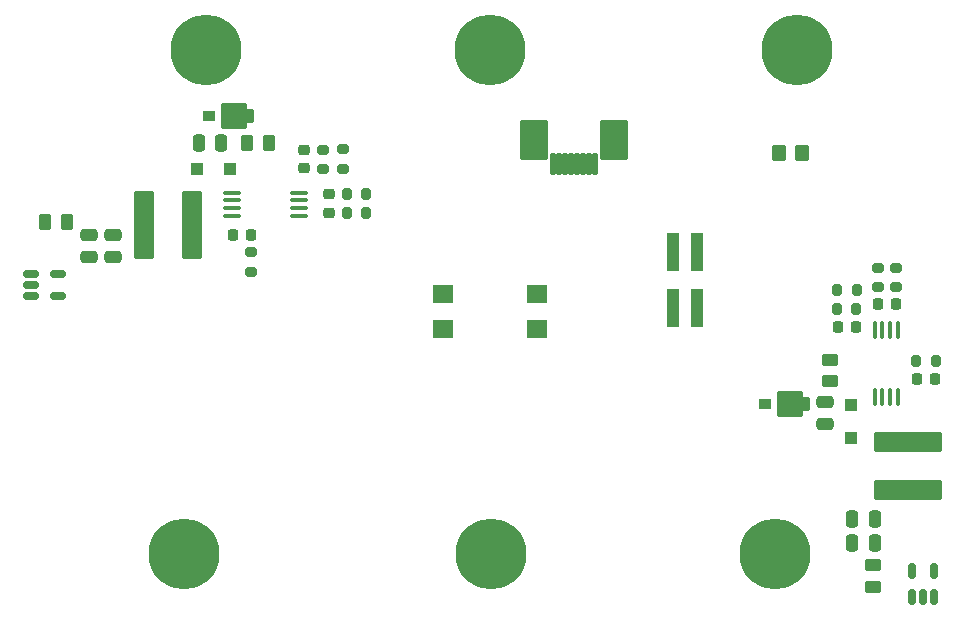
<source format=gbs>
G04 #@! TF.GenerationSoftware,KiCad,Pcbnew,8.0.2*
G04 #@! TF.CreationDate,2024-08-20T08:17:01+02:00*
G04 #@! TF.ProjectId,STS1_SIDEPANEL,53545331-5f53-4494-9445-50414e454c2e,rev?*
G04 #@! TF.SameCoordinates,Original*
G04 #@! TF.FileFunction,Soldermask,Bot*
G04 #@! TF.FilePolarity,Negative*
%FSLAX46Y46*%
G04 Gerber Fmt 4.6, Leading zero omitted, Abs format (unit mm)*
G04 Created by KiCad (PCBNEW 8.0.2) date 2024-08-20 08:17:01*
%MOMM*%
%LPD*%
G01*
G04 APERTURE LIST*
G04 Aperture macros list*
%AMRoundRect*
0 Rectangle with rounded corners*
0 $1 Rounding radius*
0 $2 $3 $4 $5 $6 $7 $8 $9 X,Y pos of 4 corners*
0 Add a 4 corners polygon primitive as box body*
4,1,4,$2,$3,$4,$5,$6,$7,$8,$9,$2,$3,0*
0 Add four circle primitives for the rounded corners*
1,1,$1+$1,$2,$3*
1,1,$1+$1,$4,$5*
1,1,$1+$1,$6,$7*
1,1,$1+$1,$8,$9*
0 Add four rect primitives between the rounded corners*
20,1,$1+$1,$2,$3,$4,$5,0*
20,1,$1+$1,$4,$5,$6,$7,0*
20,1,$1+$1,$6,$7,$8,$9,0*
20,1,$1+$1,$8,$9,$2,$3,0*%
G04 Aperture macros list end*
%ADD10C,6.000000*%
%ADD11RoundRect,0.250000X0.250000X0.475000X-0.250000X0.475000X-0.250000X-0.475000X0.250000X-0.475000X0*%
%ADD12RoundRect,0.250000X-0.350000X-0.450000X0.350000X-0.450000X0.350000X0.450000X-0.350000X0.450000X0*%
%ADD13R,1.000000X3.200000*%
%ADD14R,1.800000X1.500000*%
%ADD15RoundRect,0.250000X-0.475000X0.250000X-0.475000X-0.250000X0.475000X-0.250000X0.475000X0.250000X0*%
%ADD16RoundRect,0.102000X-0.325000X0.475000X-0.325000X-0.475000X0.325000X-0.475000X0.325000X0.475000X0*%
%ADD17RoundRect,0.102000X1.000000X0.975000X-1.000000X0.975000X-1.000000X-0.975000X1.000000X-0.975000X0*%
%ADD18RoundRect,0.102000X-0.425000X-0.325000X0.425000X-0.325000X0.425000X0.325000X-0.425000X0.325000X0*%
%ADD19RoundRect,0.100000X0.100000X-0.637500X0.100000X0.637500X-0.100000X0.637500X-0.100000X-0.637500X0*%
%ADD20RoundRect,0.200000X-0.200000X-0.275000X0.200000X-0.275000X0.200000X0.275000X-0.200000X0.275000X0*%
%ADD21RoundRect,0.250000X-0.300000X0.300000X-0.300000X-0.300000X0.300000X-0.300000X0.300000X0.300000X0*%
%ADD22RoundRect,0.200000X0.275000X-0.200000X0.275000X0.200000X-0.275000X0.200000X-0.275000X-0.200000X0*%
%ADD23RoundRect,0.250000X0.450000X-0.262500X0.450000X0.262500X-0.450000X0.262500X-0.450000X-0.262500X0*%
%ADD24RoundRect,0.150000X0.150000X-0.512500X0.150000X0.512500X-0.150000X0.512500X-0.150000X-0.512500X0*%
%ADD25RoundRect,0.200000X-0.275000X0.200000X-0.275000X-0.200000X0.275000X-0.200000X0.275000X0.200000X0*%
%ADD26RoundRect,0.250000X-0.450000X0.262500X-0.450000X-0.262500X0.450000X-0.262500X0.450000X0.262500X0*%
%ADD27RoundRect,0.225000X0.250000X-0.225000X0.250000X0.225000X-0.250000X0.225000X-0.250000X-0.225000X0*%
%ADD28RoundRect,0.225000X0.225000X0.250000X-0.225000X0.250000X-0.225000X-0.250000X0.225000X-0.250000X0*%
%ADD29RoundRect,0.225000X-0.225000X-0.250000X0.225000X-0.250000X0.225000X0.250000X-0.225000X0.250000X0*%
%ADD30RoundRect,0.200000X0.200000X0.275000X-0.200000X0.275000X-0.200000X-0.275000X0.200000X-0.275000X0*%
%ADD31RoundRect,0.100000X-0.637500X-0.100000X0.637500X-0.100000X0.637500X0.100000X-0.637500X0.100000X0*%
%ADD32RoundRect,0.102000X-0.150000X-0.800000X0.150000X-0.800000X0.150000X0.800000X-0.150000X0.800000X0*%
%ADD33RoundRect,0.102000X-1.120000X-1.560000X1.120000X-1.560000X1.120000X1.560000X-1.120000X1.560000X0*%
%ADD34RoundRect,0.250000X0.262500X0.450000X-0.262500X0.450000X-0.262500X-0.450000X0.262500X-0.450000X0*%
%ADD35RoundRect,0.150000X-0.512500X-0.150000X0.512500X-0.150000X0.512500X0.150000X-0.512500X0.150000X0*%
%ADD36RoundRect,0.102000X2.750000X-0.715000X2.750000X0.715000X-2.750000X0.715000X-2.750000X-0.715000X0*%
%ADD37RoundRect,0.102000X-0.715000X-2.750000X0.715000X-2.750000X0.715000X2.750000X-0.715000X2.750000X0*%
%ADD38RoundRect,0.250000X-0.262500X-0.450000X0.262500X-0.450000X0.262500X0.450000X-0.262500X0.450000X0*%
%ADD39RoundRect,0.225000X-0.250000X0.225000X-0.250000X-0.225000X0.250000X-0.225000X0.250000X0.225000X0*%
%ADD40RoundRect,0.250000X0.300000X0.300000X-0.300000X0.300000X-0.300000X-0.300000X0.300000X-0.300000X0*%
G04 APERTURE END LIST*
D10*
X149101600Y-109977400D03*
X125101600Y-109977400D03*
X99101600Y-109977400D03*
X100969800Y-67343000D03*
X124969800Y-67343000D03*
X150969800Y-67343000D03*
D11*
X102250000Y-75225000D03*
X100350000Y-75225000D03*
D12*
X149425000Y-76100000D03*
X151425000Y-76100000D03*
D13*
X140526000Y-84420000D03*
X142526000Y-84420000D03*
X140526000Y-89220000D03*
X142526000Y-89220000D03*
D14*
X121000000Y-88000000D03*
X121000000Y-91000000D03*
D15*
X93100000Y-83000000D03*
X93100000Y-84900000D03*
D16*
X104605000Y-72925000D03*
D17*
X103280000Y-72925000D03*
D18*
X101225000Y-72925000D03*
D19*
X159508000Y-96734000D03*
X158858000Y-96734000D03*
X158208000Y-96734000D03*
X157558000Y-96734000D03*
X157558000Y-91009000D03*
X158208000Y-91009000D03*
X158858000Y-91009000D03*
X159508000Y-91009000D03*
D20*
X161071000Y-93696500D03*
X162721000Y-93696500D03*
D21*
X155546000Y-97376500D03*
X155546000Y-100176500D03*
D22*
X112550000Y-77415000D03*
X112550000Y-75765000D03*
D23*
X157400000Y-112787500D03*
X157400000Y-110962500D03*
D24*
X162592000Y-113687500D03*
X161642000Y-113687500D03*
X160692000Y-113687500D03*
X160692000Y-111412500D03*
X162592000Y-111412500D03*
D16*
X151690000Y-97310000D03*
D17*
X150365000Y-97310000D03*
D18*
X148310000Y-97310000D03*
D25*
X157832000Y-85759500D03*
X157832000Y-87409500D03*
D26*
X153781000Y-93546000D03*
X153781000Y-95371000D03*
D27*
X109280000Y-77365000D03*
X109280000Y-75815000D03*
D25*
X104725000Y-84475000D03*
X104725000Y-86125000D03*
D28*
X155975000Y-90780000D03*
X154425000Y-90780000D03*
D15*
X91000000Y-82975000D03*
X91000000Y-84875000D03*
D29*
X157819000Y-88870500D03*
X159369000Y-88870500D03*
D30*
X156025000Y-87680000D03*
X154375000Y-87680000D03*
D25*
X159356000Y-85759500D03*
X159356000Y-87409500D03*
D20*
X154355000Y-89230000D03*
X156005000Y-89230000D03*
D14*
X129000000Y-88000000D03*
X129000000Y-91000000D03*
D31*
X103118900Y-81373000D03*
X103118900Y-80723000D03*
X103118900Y-80073000D03*
X103118900Y-79423000D03*
X108843900Y-79423000D03*
X108843900Y-80073000D03*
X108843900Y-80723000D03*
X108843900Y-81373000D03*
D32*
X130362000Y-76980000D03*
X130862000Y-76980000D03*
X131362000Y-76980000D03*
X131862000Y-76980000D03*
X132362000Y-76980000D03*
X132862000Y-76980000D03*
X133362000Y-76980000D03*
X133862000Y-76980000D03*
D33*
X128715000Y-75000000D03*
X135509000Y-75000000D03*
D11*
X157575000Y-109100000D03*
X155675000Y-109100000D03*
D34*
X106262500Y-75200000D03*
X104437500Y-75200000D03*
D28*
X162671000Y-95220500D03*
X161121000Y-95220500D03*
D35*
X86112500Y-88200000D03*
X86112500Y-87250000D03*
X86112500Y-86300000D03*
X88387500Y-86300000D03*
X88387500Y-88200000D03*
D36*
X160350000Y-104595000D03*
X160350000Y-100555000D03*
D28*
X104749800Y-83014200D03*
X103199800Y-83014200D03*
D37*
X95727500Y-82175000D03*
X99767500Y-82175000D03*
D11*
X157575000Y-107050000D03*
X155675000Y-107050000D03*
D38*
X87312500Y-81925000D03*
X89137500Y-81925000D03*
D15*
X153330000Y-97120000D03*
X153330000Y-99020000D03*
D39*
X111400000Y-79550000D03*
X111400000Y-81100000D03*
D40*
X103000000Y-77425000D03*
X100200000Y-77425000D03*
D30*
X114495000Y-79570000D03*
X112845000Y-79570000D03*
D25*
X110870000Y-75775000D03*
X110870000Y-77425000D03*
D30*
X114500000Y-81110000D03*
X112850000Y-81110000D03*
M02*

</source>
